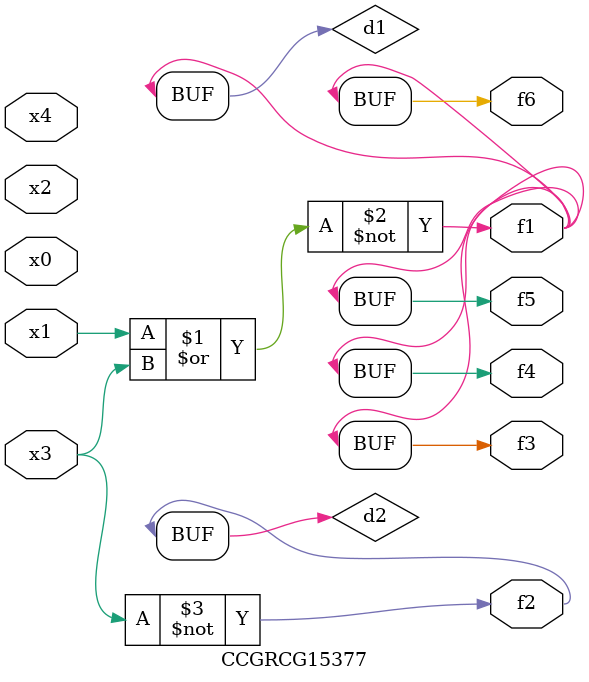
<source format=v>
module CCGRCG15377(
	input x0, x1, x2, x3, x4,
	output f1, f2, f3, f4, f5, f6
);

	wire d1, d2;

	nor (d1, x1, x3);
	not (d2, x3);
	assign f1 = d1;
	assign f2 = d2;
	assign f3 = d1;
	assign f4 = d1;
	assign f5 = d1;
	assign f6 = d1;
endmodule

</source>
